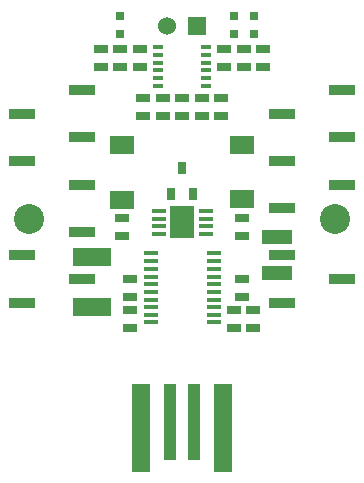
<source format=gts>
G04 (created by PCBNEW (2013-mar-13)-testing) date Sun 15 Sep 2013 23:58:05 EST*
%MOIN*%
G04 Gerber Fmt 3.4, Leading zero omitted, Abs format*
%FSLAX34Y34*%
G01*
G70*
G90*
G04 APERTURE LIST*
%ADD10C,0.005906*%
%ADD11R,0.100000X0.050000*%
%ADD12R,0.060000X0.060000*%
%ADD13C,0.060000*%
%ADD14R,0.050000X0.016000*%
%ADD15R,0.046000X0.016500*%
%ADD16R,0.082000X0.110000*%
%ADD17R,0.125984X0.059055*%
%ADD18R,0.090157X0.035039*%
%ADD19R,0.078740X0.059055*%
%ADD20R,0.035000X0.016535*%
%ADD21R,0.045000X0.025000*%
%ADD22R,0.031496X0.031496*%
%ADD23R,0.031500X0.039400*%
%ADD24C,0.100000*%
%ADD25R,0.062992X0.291732*%
%ADD26R,0.039370X0.252362*%
G04 APERTURE END LIST*
G54D10*
G54D11*
X9102Y8407D03*
X9102Y7207D03*
G54D12*
X6445Y15448D03*
G54D13*
X5445Y15448D03*
G54D14*
X4895Y7858D03*
X4895Y7608D03*
X4895Y7348D03*
X4895Y7088D03*
X4895Y6838D03*
X4895Y6578D03*
X4895Y6318D03*
X4895Y6068D03*
X4895Y5808D03*
X4895Y5558D03*
X6995Y5558D03*
X6995Y5808D03*
X6995Y6068D03*
X6995Y6318D03*
X6995Y6578D03*
X6995Y6838D03*
X6995Y7088D03*
X6995Y7348D03*
X6995Y7608D03*
X6995Y7858D03*
G54D15*
X6732Y8507D03*
X6732Y8763D03*
X6732Y9023D03*
X6732Y9279D03*
X5158Y9279D03*
X5158Y9023D03*
X5158Y8763D03*
X5158Y8507D03*
G54D16*
X5945Y8893D03*
G54D17*
X2948Y6070D03*
X2948Y7724D03*
G54D18*
X2614Y13305D03*
X614Y12518D03*
X2614Y11730D03*
X614Y10943D03*
X2614Y10155D03*
X2614Y8581D03*
X614Y7793D03*
X2614Y7006D03*
X614Y6218D03*
X11276Y13305D03*
X9276Y12518D03*
X11276Y11730D03*
X9276Y10943D03*
X11276Y10155D03*
X9276Y9368D03*
X9276Y7793D03*
X11276Y7006D03*
X9276Y6218D03*
G54D19*
X7952Y11476D03*
X7952Y9657D03*
X3937Y11472D03*
X3937Y9653D03*
G54D20*
X6750Y13450D03*
X6750Y13706D03*
X6750Y13962D03*
X6750Y14218D03*
X6750Y14474D03*
X6750Y14730D03*
X5140Y14730D03*
X5140Y14474D03*
X5140Y14218D03*
X5140Y13962D03*
X5140Y13706D03*
X5140Y13450D03*
G54D21*
X4539Y14689D03*
X4539Y14089D03*
X5295Y13028D03*
X5295Y12428D03*
X3240Y14689D03*
X3240Y14089D03*
X7350Y14089D03*
X7350Y14689D03*
X7248Y13028D03*
X7248Y12428D03*
X4645Y13028D03*
X4645Y12428D03*
X3937Y9036D03*
X3937Y8436D03*
G54D22*
X8324Y15173D03*
X8324Y15763D03*
X7675Y15173D03*
X7675Y15763D03*
X3889Y15763D03*
X3889Y15173D03*
G54D21*
X4200Y5961D03*
X4200Y5361D03*
X7669Y5361D03*
X7669Y5961D03*
X7952Y7008D03*
X7952Y6408D03*
X5945Y12428D03*
X5945Y13028D03*
X6594Y13028D03*
X6594Y12428D03*
X7952Y9032D03*
X7952Y8432D03*
X8649Y14089D03*
X8649Y14689D03*
X8000Y14089D03*
X8000Y14689D03*
X8318Y5957D03*
X8318Y5357D03*
X4200Y6408D03*
X4200Y7008D03*
X3889Y14089D03*
X3889Y14689D03*
G54D23*
X5945Y10716D03*
X6320Y9850D03*
X5570Y9850D03*
G54D24*
X846Y9000D03*
X11043Y9000D03*
G54D25*
X4567Y2049D03*
X7323Y2049D03*
G54D26*
X5551Y2246D03*
X6338Y2246D03*
M02*

</source>
